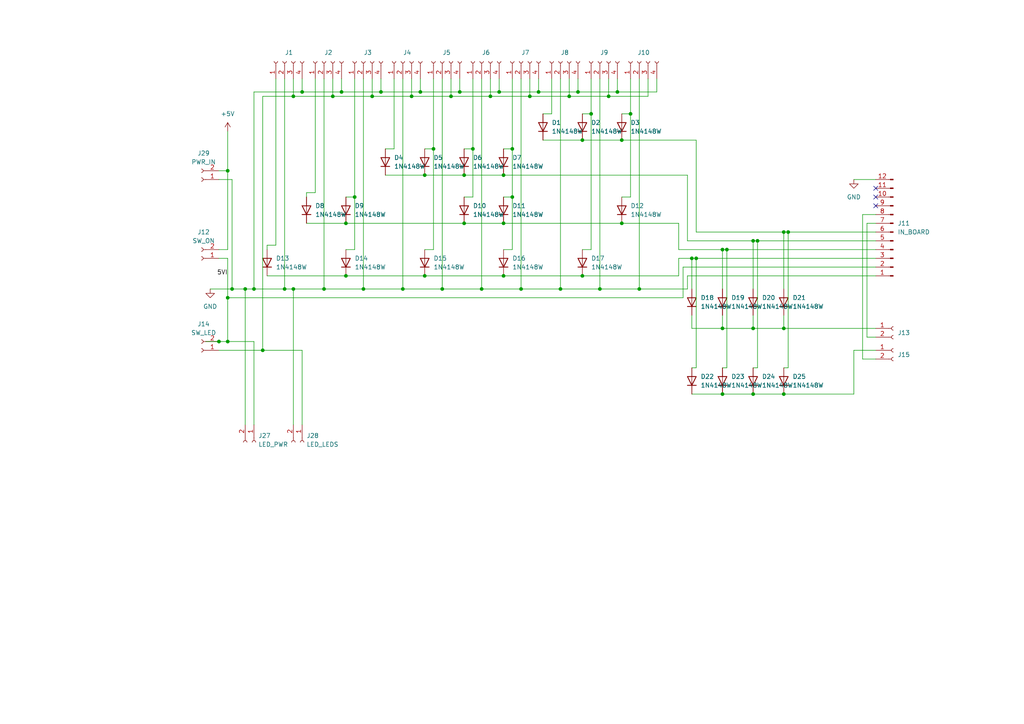
<source format=kicad_sch>
(kicad_sch (version 20230121) (generator eeschema)
  (paper "A4")
  (lib_symbols
    (symbol "Connector:Conn_01x02_Socket" (pin_names (offset 1.016) hide)
      (property "Reference" "J" (at 0 2.54 0))
      (property "Value" "Conn_01x02_Socket" (at 0 -5.08 0))
      (symbol "Conn_01x02_Socket_1_1"
        (arc (start 0 -2.032) (mid -0.5058 -2.54) (end 0 -3.048) (stroke (width 0.1524)))
        (polyline (pts (xy -1.27 -2.54) (xy -0.508 -2.54)) (stroke (width 0.1524)))
        (polyline (pts (xy -1.27 0) (xy -0.508 0)) (stroke (width 0.1524)))
        (arc (start 0 0.508) (mid -0.5058 0) (end 0 -0.508) (stroke (width 0.1524)))
        (pin passive line (at -5.08 0 0) (length 3.81) (name "Pin_1") (number "1"))
        (pin passive line (at -5.08 -2.54 0) (length 3.81) (name "Pin_2") (number "2"))
      )
    )
    (symbol "Connector:Conn_01x04_Socket" (pin_names (offset 1.016) hide)
      (property "Reference" "J" (at 0 5.08 0))
      (property "Value" "Conn_01x04_Socket" (at 0 -7.62 0))
      (symbol "Conn_01x04_Socket_1_1"
        (arc (start 0 -4.572) (mid -0.5058 -5.08) (end 0 -5.588) (stroke (width 0.1524)))
        (arc (start 0 -2.032) (mid -0.5058 -2.54) (end 0 -3.048) (stroke (width 0.1524)))
        (polyline (pts (xy -1.27 -5.08) (xy -0.508 -5.08)) (stroke (width 0.1524)))
        (polyline (pts (xy -1.27 -2.54) (xy -0.508 -2.54)) (stroke (width 0.1524)))
        (polyline (pts (xy -1.27 0) (xy -0.508 0)) (stroke (width 0.1524)))
        (polyline (pts (xy -1.27 2.54) (xy -0.508 2.54)) (stroke (width 0.1524)))
        (arc (start 0 0.508) (mid -0.5058 0) (end 0 -0.508) (stroke (width 0.1524)))
        (arc (start 0 3.048) (mid -0.5058 2.54) (end 0 2.032) (stroke (width 0.1524)))
        (pin passive line (at -5.08 2.54 0) (length 3.81) (name "Pin_1") (number "1"))
        (pin passive line (at -5.08 0 0) (length 3.81) (name "Pin_2") (number "2"))
        (pin passive line (at -5.08 -2.54 0) (length 3.81) (name "Pin_3") (number "3"))
        (pin passive line (at -5.08 -5.08 0) (length 3.81) (name "Pin_4") (number "4"))
      )
    )
    (symbol "Connector:Conn_01x12_Pin" (pin_names (offset 1.016) hide)
      (property "Reference" "J" (at 0 15.24 0))
      (property "Value" "Conn_01x12_Pin" (at 0 -17.78 0))
      (symbol "Conn_01x12_Pin_1_1"
        (polyline (pts (xy 1.27 -15.24) (xy 0.8636 -15.24)) (stroke (width 0.1524)))
        (polyline (pts (xy 1.27 -12.7) (xy 0.8636 -12.7)) (stroke (width 0.1524)))
        (polyline (pts (xy 1.27 -10.16) (xy 0.8636 -10.16)) (stroke (width 0.1524)))
        (polyline (pts (xy 1.27 -7.62) (xy 0.8636 -7.62)) (stroke (width 0.1524)))
        (polyline (pts (xy 1.27 -5.08) (xy 0.8636 -5.08)) (stroke (width 0.1524)))
        (polyline (pts (xy 1.27 -2.54) (xy 0.8636 -2.54)) (stroke (width 0.1524)))
        (polyline (pts (xy 1.27 0) (xy 0.8636 0)) (stroke (width 0.1524)))
        (polyline (pts (xy 1.27 2.54) (xy 0.8636 2.54)) (stroke (width 0.1524)))
        (polyline (pts (xy 1.27 5.08) (xy 0.8636 5.08)) (stroke (width 0.1524)))
        (polyline (pts (xy 1.27 7.62) (xy 0.8636 7.62)) (stroke (width 0.1524)))
        (polyline (pts (xy 1.27 10.16) (xy 0.8636 10.16)) (stroke (width 0.1524)))
        (polyline (pts (xy 1.27 12.7) (xy 0.8636 12.7)) (stroke (width 0.1524)))
        (rectangle (start 0.8636 -15.113) (end 0 -15.367) (stroke (width 0.1524)) (fill (type outline)))
        (rectangle (start 0.8636 -12.573) (end 0 -12.827) (stroke (width 0.1524)) (fill (type outline)))
        (rectangle (start 0.8636 -10.033) (end 0 -10.287) (stroke (width 0.1524)) (fill (type outline)))
        (rectangle (start 0.8636 -7.493) (end 0 -7.747) (stroke (width 0.1524)) (fill (type outline)))
        (rectangle (start 0.8636 -4.953) (end 0 -5.207) (stroke (width 0.1524)) (fill (type outline)))
        (rectangle (start 0.8636 -2.413) (end 0 -2.667) (stroke (width 0.1524)) (fill (type outline)))
        (rectangle (start 0.8636 0.127) (end 0 -0.127) (stroke (width 0.1524)) (fill (type outline)))
        (rectangle (start 0.8636 2.667) (end 0 2.413) (stroke (width 0.1524)) (fill (type outline)))
        (rectangle (start 0.8636 5.207) (end 0 4.953) (stroke (width 0.1524)) (fill (type outline)))
        (rectangle (start 0.8636 7.747) (end 0 7.493) (stroke (width 0.1524)) (fill (type outline)))
        (rectangle (start 0.8636 10.287) (end 0 10.033) (stroke (width 0.1524)) (fill (type outline)))
        (rectangle (start 0.8636 12.827) (end 0 12.573) (stroke (width 0.1524)) (fill (type outline)))
        (pin passive line (at 5.08 12.7 180) (length 3.81) (name "Pin_1") (number "1"))
        (pin passive line (at 5.08 -10.16 180) (length 3.81) (name "Pin_10") (number "10"))
        (pin passive line (at 5.08 -12.7 180) (length 3.81) (name "Pin_11") (number "11"))
        (pin passive line (at 5.08 -15.24 180) (length 3.81) (name "Pin_12") (number "12"))
        (pin passive line (at 5.08 10.16 180) (length 3.81) (name "Pin_2") (number "2"))
        (pin passive line (at 5.08 7.62 180) (length 3.81) (name "Pin_3") (number "3"))
        (pin passive line (at 5.08 5.08 180) (length 3.81) (name "Pin_4") (number "4"))
        (pin passive line (at 5.08 2.54 180) (length 3.81) (name "Pin_5") (number "5"))
        (pin passive line (at 5.08 0 180) (length 3.81) (name "Pin_6") (number "6"))
        (pin passive line (at 5.08 -2.54 180) (length 3.81) (name "Pin_7") (number "7"))
        (pin passive line (at 5.08 -5.08 180) (length 3.81) (name "Pin_8") (number "8"))
        (pin passive line (at 5.08 -7.62 180) (length 3.81) (name "Pin_9") (number "9"))
      )
    )
    (symbol "Diode:1N4148W" (pin_numbers hide) (pin_names hide)
      (property "Reference" "D" (at 0 2.54 0))
      (property "Value" "1N4148W" (at 0 -2.54 0))
      (symbol "1N4148W_0_1"
        (polyline (pts (xy -1.27 1.27) (xy -1.27 -1.27)) (stroke (width 0.254)))
        (polyline (pts (xy 1.27 0) (xy -1.27 0)))
        (polyline (pts (xy 1.27 1.27) (xy 1.27 -1.27) (xy -1.27 0) (xy 1.27 1.27)) (stroke (width 0.254)))
      )
      (symbol "1N4148W_1_1"
        (pin passive line (at -3.81 0 0) (length 2.54) (name "K") (number "1"))
        (pin passive line (at 3.81 0 180) (length 2.54) (name "A") (number "2"))
      )
    )
    (symbol "power:+5V" (power) (pin_names (offset 0))
      (property "Value" "+5V" (at 0 3.556 0))
      (symbol "+5V_0_1"
        (polyline (pts (xy -0.762 1.27) (xy 0 2.54)))
        (polyline (pts (xy 0 0) (xy 0 2.54)))
        (polyline (pts (xy 0 2.54) (xy 0.762 1.27)))
      )
      (symbol "+5V_1_1"
        (pin power_in line (at 0 0 90) (length 0) hide (name "+5V") (number "1"))
      )
    )
    (symbol "power:GND" (power) (pin_names (offset 0))
      (property "Value" "GND" (at 0 -3.81 0))
      (symbol "GND_0_1"
        (polyline (pts (xy 0 0) (xy 0 -1.27) (xy 1.27 -1.27) (xy 0 -2.54) (xy -1.27 -1.27) (xy 0 -1.27)))
      )
      (symbol "GND_1_1"
        (pin power_in line (at 0 0 270) (length 0) hide (name "GND") (number "1"))
      )
    )
  )
  (junction (at 151.13 83.82))
  (junction (at 227.33 114.3))
  (junction (at 119.38 27.94))
  (junction (at 142.24 27.94))
  (junction (at 167.64 26.67))
  (junction (at 146.05 64.77))
  (junction (at 116.84 83.82))
  (junction (at 133.35 26.67))
  (junction (at 165.1 27.94))
  (junction (at 66.04 49.53))
  (junction (at 148.59 57.15))
  (junction (at 130.81 27.94))
  (junction (at 100.33 64.77))
  (junction (at 219.71 69.85))
  (junction (at 73.66 83.82))
  (junction (at 63.5 99.06))
  (junction (at 82.55 83.82))
  (junction (at 218.44 95.25))
  (junction (at 137.16 43.18))
  (junction (at 123.19 80.01))
  (junction (at 162.56 83.82))
  (junction (at 180.34 64.77))
  (junction (at 210.82 72.39))
  (junction (at 85.09 83.82))
  (junction (at 176.53 27.94))
  (junction (at 93.98 83.82))
  (junction (at 71.12 83.82))
  (junction (at 173.99 83.82))
  (junction (at 96.52 27.94))
  (junction (at 134.62 64.77))
  (junction (at 209.55 95.25))
  (junction (at 66.04 99.06))
  (junction (at 156.21 26.67))
  (junction (at 148.59 43.18))
  (junction (at 146.05 80.01))
  (junction (at 182.88 33.02))
  (junction (at 168.91 40.64))
  (junction (at 99.06 26.67))
  (junction (at 66.04 86.36))
  (junction (at 67.31 83.82))
  (junction (at 105.41 83.82))
  (junction (at 200.66 74.93))
  (junction (at 123.19 50.8))
  (junction (at 227.33 67.31))
  (junction (at 144.78 26.67))
  (junction (at 85.09 27.94))
  (junction (at 87.63 26.67))
  (junction (at 201.93 74.93))
  (junction (at 153.67 27.94))
  (junction (at 134.62 50.8))
  (junction (at 179.07 26.67))
  (junction (at 102.87 57.15))
  (junction (at 139.7 83.82))
  (junction (at 76.2 101.6))
  (junction (at 227.33 95.25))
  (junction (at 107.95 27.94))
  (junction (at 218.44 114.3))
  (junction (at 110.49 26.67))
  (junction (at 125.73 43.18))
  (junction (at 121.92 26.67))
  (junction (at 209.55 72.39))
  (junction (at 128.27 83.82))
  (junction (at 168.91 80.01))
  (junction (at 171.45 33.02))
  (junction (at 185.42 83.82))
  (junction (at 209.55 114.3))
  (junction (at 228.6 67.31))
  (junction (at 218.44 69.85))
  (junction (at 146.05 50.8))
  (junction (at 180.34 40.64))
  (junction (at 100.33 80.01))
  (no_connect (at 254 57.15))
  (no_connect (at 254 54.61))
  (no_connect (at 254 59.69))
  (wire (pts (xy 201.93 74.93) (xy 254 74.93)))
  (wire (pts (xy 201.93 74.93) (xy 201.93 106.68)))
  (wire (pts (xy 218.44 69.85) (xy 218.44 83.82)))
  (wire (pts (xy 80.01 71.12) (xy 80.01 22.86)))
  (wire (pts (xy 82.55 22.86) (xy 82.55 83.82)))
  (wire (pts (xy 247.65 52.07) (xy 254 52.07)))
  (wire (pts (xy 116.84 83.82) (xy 128.27 83.82)))
  (wire (pts (xy 66.04 72.39) (xy 66.04 49.53)))
  (wire (pts (xy 100.33 64.77) (xy 134.62 64.77)))
  (wire (pts (xy 148.59 43.18) (xy 146.05 43.18)))
  (wire (pts (xy 196.85 72.39) (xy 209.55 72.39)))
  (wire (pts (xy 137.16 57.15) (xy 134.62 57.15)))
  (wire (pts (xy 116.84 22.86) (xy 116.84 83.82)))
  (wire (pts (xy 165.1 27.94) (xy 153.67 27.94)))
  (wire (pts (xy 60.96 83.82) (xy 67.31 83.82)))
  (wire (pts (xy 168.91 80.01) (xy 196.85 80.01)))
  (wire (pts (xy 247.65 114.3) (xy 247.65 101.6)))
  (wire (pts (xy 227.33 67.31) (xy 227.33 83.82)))
  (wire (pts (xy 71.12 83.82) (xy 73.66 83.82)))
  (wire (pts (xy 200.66 95.25) (xy 209.55 95.25)))
  (wire (pts (xy 196.85 64.77) (xy 196.85 72.39)))
  (wire (pts (xy 148.59 43.18) (xy 148.59 57.15)))
  (wire (pts (xy 210.82 72.39) (xy 210.82 106.68)))
  (wire (pts (xy 228.6 67.31) (xy 228.6 106.68)))
  (wire (pts (xy 87.63 22.86) (xy 87.63 26.67)))
  (wire (pts (xy 146.05 50.8) (xy 199.39 50.8)))
  (wire (pts (xy 63.5 72.39) (xy 66.04 72.39)))
  (wire (pts (xy 250.19 104.14) (xy 250.19 62.23)))
  (wire (pts (xy 200.66 114.3) (xy 209.55 114.3)))
  (wire (pts (xy 73.66 26.67) (xy 73.66 83.82)))
  (wire (pts (xy 151.13 83.82) (xy 162.56 83.82)))
  (wire (pts (xy 167.64 22.86) (xy 167.64 26.67)))
  (wire (pts (xy 99.06 22.86) (xy 99.06 26.67)))
  (wire (pts (xy 134.62 64.77) (xy 146.05 64.77)))
  (wire (pts (xy 99.06 26.67) (xy 110.49 26.67)))
  (wire (pts (xy 218.44 114.3) (xy 227.33 114.3)))
  (wire (pts (xy 201.93 106.68) (xy 200.66 106.68)))
  (wire (pts (xy 85.09 83.82) (xy 85.09 123.19)))
  (wire (pts (xy 66.04 74.93) (xy 66.04 86.36)))
  (wire (pts (xy 196.85 80.01) (xy 196.85 74.93)))
  (wire (pts (xy 227.33 114.3) (xy 247.65 114.3)))
  (wire (pts (xy 66.04 86.36) (xy 66.04 99.06)))
  (wire (pts (xy 180.34 64.77) (xy 196.85 64.77)))
  (wire (pts (xy 251.46 64.77) (xy 254 64.77)))
  (wire (pts (xy 66.04 86.36) (xy 198.12 86.36)))
  (wire (pts (xy 139.7 22.86) (xy 139.7 83.82)))
  (wire (pts (xy 187.96 22.86) (xy 187.96 27.94)))
  (wire (pts (xy 85.09 27.94) (xy 76.2 27.94)))
  (wire (pts (xy 168.91 33.02) (xy 171.45 33.02)))
  (wire (pts (xy 63.5 52.07) (xy 67.31 52.07)))
  (wire (pts (xy 148.59 57.15) (xy 148.59 72.39)))
  (wire (pts (xy 190.5 22.86) (xy 190.5 26.67)))
  (wire (pts (xy 218.44 91.44) (xy 218.44 95.25)))
  (wire (pts (xy 247.65 101.6) (xy 254 101.6)))
  (wire (pts (xy 182.88 33.02) (xy 182.88 57.15)))
  (wire (pts (xy 102.87 22.86) (xy 102.87 57.15)))
  (wire (pts (xy 201.93 67.31) (xy 227.33 67.31)))
  (wire (pts (xy 198.12 77.47) (xy 254 77.47)))
  (wire (pts (xy 180.34 40.64) (xy 201.93 40.64)))
  (wire (pts (xy 119.38 27.94) (xy 130.81 27.94)))
  (wire (pts (xy 67.31 83.82) (xy 71.12 83.82)))
  (wire (pts (xy 85.09 22.86) (xy 85.09 27.94)))
  (wire (pts (xy 228.6 67.31) (xy 254 67.31)))
  (wire (pts (xy 125.73 72.39) (xy 123.19 72.39)))
  (wire (pts (xy 63.5 74.93) (xy 66.04 74.93)))
  (wire (pts (xy 146.05 80.01) (xy 168.91 80.01)))
  (wire (pts (xy 179.07 22.86) (xy 179.07 26.67)))
  (wire (pts (xy 88.9 64.77) (xy 100.33 64.77)))
  (wire (pts (xy 254 80.01) (xy 199.39 80.01)))
  (wire (pts (xy 185.42 83.82) (xy 199.39 83.82)))
  (wire (pts (xy 137.16 43.18) (xy 137.16 57.15)))
  (wire (pts (xy 88.9 55.88) (xy 88.9 57.15)))
  (wire (pts (xy 137.16 22.86) (xy 137.16 43.18)))
  (wire (pts (xy 153.67 27.94) (xy 153.67 22.86)))
  (wire (pts (xy 77.47 71.12) (xy 77.47 72.39)))
  (wire (pts (xy 102.87 72.39) (xy 100.33 72.39)))
  (wire (pts (xy 91.44 55.88) (xy 91.44 22.86)))
  (wire (pts (xy 250.19 62.23) (xy 254 62.23)))
  (wire (pts (xy 67.31 52.07) (xy 67.31 83.82)))
  (wire (pts (xy 130.81 27.94) (xy 130.81 22.86)))
  (wire (pts (xy 139.7 83.82) (xy 151.13 83.82)))
  (wire (pts (xy 148.59 57.15) (xy 146.05 57.15)))
  (wire (pts (xy 102.87 57.15) (xy 102.87 72.39)))
  (wire (pts (xy 76.2 101.6) (xy 87.63 101.6)))
  (wire (pts (xy 114.3 43.18) (xy 111.76 43.18)))
  (wire (pts (xy 100.33 57.15) (xy 102.87 57.15)))
  (wire (pts (xy 151.13 22.86) (xy 151.13 83.82)))
  (wire (pts (xy 180.34 33.02) (xy 182.88 33.02)))
  (wire (pts (xy 219.71 106.68) (xy 218.44 106.68)))
  (wire (pts (xy 66.04 49.53) (xy 66.04 38.1)))
  (wire (pts (xy 144.78 22.86) (xy 144.78 26.67)))
  (wire (pts (xy 66.04 99.06) (xy 63.5 99.06)))
  (wire (pts (xy 121.92 22.86) (xy 121.92 26.67)))
  (wire (pts (xy 105.41 83.82) (xy 116.84 83.82)))
  (wire (pts (xy 185.42 22.86) (xy 185.42 83.82)))
  (wire (pts (xy 76.2 27.94) (xy 76.2 101.6)))
  (wire (pts (xy 168.91 72.39) (xy 171.45 72.39)))
  (wire (pts (xy 87.63 26.67) (xy 73.66 26.67)))
  (wire (pts (xy 63.5 99.06) (xy 59.69 99.06)))
  (wire (pts (xy 63.5 101.6) (xy 76.2 101.6)))
  (wire (pts (xy 128.27 83.82) (xy 139.7 83.82)))
  (wire (pts (xy 121.92 26.67) (xy 133.35 26.67)))
  (wire (pts (xy 130.81 27.94) (xy 142.24 27.94)))
  (wire (pts (xy 182.88 22.86) (xy 182.88 33.02)))
  (wire (pts (xy 209.55 91.44) (xy 209.55 95.25)))
  (wire (pts (xy 198.12 86.36) (xy 198.12 77.47)))
  (wire (pts (xy 251.46 97.79) (xy 251.46 64.77)))
  (wire (pts (xy 148.59 72.39) (xy 146.05 72.39)))
  (wire (pts (xy 200.66 74.93) (xy 201.93 74.93)))
  (wire (pts (xy 146.05 64.77) (xy 180.34 64.77)))
  (wire (pts (xy 144.78 26.67) (xy 156.21 26.67)))
  (wire (pts (xy 71.12 83.82) (xy 71.12 123.19)))
  (wire (pts (xy 156.21 26.67) (xy 167.64 26.67)))
  (wire (pts (xy 176.53 22.86) (xy 176.53 27.94)))
  (wire (pts (xy 82.55 83.82) (xy 85.09 83.82)))
  (wire (pts (xy 162.56 83.82) (xy 173.99 83.82)))
  (wire (pts (xy 227.33 95.25) (xy 254 95.25)))
  (wire (pts (xy 133.35 22.86) (xy 133.35 26.67)))
  (wire (pts (xy 96.52 27.94) (xy 107.95 27.94)))
  (wire (pts (xy 160.02 22.86) (xy 160.02 33.02)))
  (wire (pts (xy 107.95 27.94) (xy 119.38 27.94)))
  (wire (pts (xy 85.09 27.94) (xy 96.52 27.94)))
  (wire (pts (xy 165.1 22.86) (xy 165.1 27.94)))
  (wire (pts (xy 173.99 83.82) (xy 185.42 83.82)))
  (wire (pts (xy 156.21 22.86) (xy 156.21 26.67)))
  (wire (pts (xy 209.55 95.25) (xy 218.44 95.25)))
  (wire (pts (xy 119.38 27.94) (xy 119.38 22.86)))
  (wire (pts (xy 63.5 49.53) (xy 66.04 49.53)))
  (wire (pts (xy 77.47 71.12) (xy 80.01 71.12)))
  (wire (pts (xy 254 97.79) (xy 251.46 97.79)))
  (wire (pts (xy 134.62 50.8) (xy 146.05 50.8)))
  (wire (pts (xy 219.71 69.85) (xy 219.71 106.68)))
  (wire (pts (xy 107.95 27.94) (xy 107.95 22.86)))
  (wire (pts (xy 180.34 57.15) (xy 182.88 57.15)))
  (wire (pts (xy 93.98 83.82) (xy 105.41 83.82)))
  (wire (pts (xy 142.24 27.94) (xy 142.24 22.86)))
  (wire (pts (xy 176.53 27.94) (xy 187.96 27.94)))
  (wire (pts (xy 114.3 22.86) (xy 114.3 43.18)))
  (wire (pts (xy 210.82 106.68) (xy 209.55 106.68)))
  (wire (pts (xy 110.49 26.67) (xy 121.92 26.67)))
  (wire (pts (xy 128.27 22.86) (xy 128.27 83.82)))
  (wire (pts (xy 160.02 33.02) (xy 157.48 33.02)))
  (wire (pts (xy 133.35 26.67) (xy 144.78 26.67)))
  (wire (pts (xy 201.93 40.64) (xy 201.93 67.31)))
  (wire (pts (xy 200.66 74.93) (xy 200.66 83.82)))
  (wire (pts (xy 123.19 50.8) (xy 134.62 50.8)))
  (wire (pts (xy 100.33 80.01) (xy 123.19 80.01)))
  (wire (pts (xy 73.66 99.06) (xy 73.66 123.19)))
  (wire (pts (xy 88.9 55.88) (xy 91.44 55.88)))
  (wire (pts (xy 173.99 22.86) (xy 173.99 83.82)))
  (wire (pts (xy 168.91 40.64) (xy 180.34 40.64)))
  (wire (pts (xy 218.44 69.85) (xy 219.71 69.85)))
  (wire (pts (xy 209.55 114.3) (xy 218.44 114.3)))
  (wire (pts (xy 96.52 27.94) (xy 96.52 22.86)))
  (wire (pts (xy 200.66 91.44) (xy 200.66 95.25)))
  (wire (pts (xy 137.16 43.18) (xy 134.62 43.18)))
  (wire (pts (xy 218.44 95.25) (xy 227.33 95.25)))
  (wire (pts (xy 199.39 80.01) (xy 199.39 83.82)))
  (wire (pts (xy 162.56 22.86) (xy 162.56 83.82)))
  (wire (pts (xy 123.19 80.01) (xy 146.05 80.01)))
  (wire (pts (xy 199.39 50.8) (xy 199.39 69.85)))
  (wire (pts (xy 228.6 106.68) (xy 227.33 106.68)))
  (wire (pts (xy 123.19 43.18) (xy 125.73 43.18)))
  (wire (pts (xy 87.63 101.6) (xy 87.63 123.19)))
  (wire (pts (xy 66.04 99.06) (xy 73.66 99.06)))
  (wire (pts (xy 87.63 26.67) (xy 99.06 26.67)))
  (wire (pts (xy 93.98 22.86) (xy 93.98 83.82)))
  (wire (pts (xy 210.82 72.39) (xy 254 72.39)))
  (wire (pts (xy 77.47 80.01) (xy 100.33 80.01)))
  (wire (pts (xy 125.73 43.18) (xy 125.73 72.39)))
  (wire (pts (xy 219.71 69.85) (xy 254 69.85)))
  (wire (pts (xy 125.73 22.86) (xy 125.73 43.18)))
  (wire (pts (xy 148.59 22.86) (xy 148.59 43.18)))
  (wire (pts (xy 227.33 91.44) (xy 227.33 95.25)))
  (wire (pts (xy 209.55 72.39) (xy 210.82 72.39)))
  (wire (pts (xy 179.07 26.67) (xy 190.5 26.67)))
  (wire (pts (xy 105.41 22.86) (xy 105.41 83.82)))
  (wire (pts (xy 171.45 72.39) (xy 171.45 33.02)))
  (wire (pts (xy 199.39 69.85) (xy 218.44 69.85)))
  (wire (pts (xy 85.09 83.82) (xy 93.98 83.82)))
  (wire (pts (xy 167.64 26.67) (xy 179.07 26.67)))
  (wire (pts (xy 254 104.14) (xy 250.19 104.14)))
  (wire (pts (xy 157.48 40.64) (xy 168.91 40.64)))
  (wire (pts (xy 209.55 72.39) (xy 209.55 83.82)))
  (wire (pts (xy 171.45 22.86) (xy 171.45 33.02)))
  (wire (pts (xy 110.49 22.86) (xy 110.49 26.67)))
  (wire (pts (xy 111.76 50.8) (xy 123.19 50.8)))
  (wire (pts (xy 176.53 27.94) (xy 165.1 27.94)))
  (wire (pts (xy 73.66 83.82) (xy 82.55 83.82)))
  (wire (pts (xy 196.85 74.93) (xy 200.66 74.93)))
  (wire (pts (xy 227.33 67.31) (xy 228.6 67.31)))
  (wire (pts (xy 142.24 27.94) (xy 153.67 27.94)))
  (label "5VI" (at 66.04 80.01 180))
  (symbol (lib_id "Diode:1N4148W") (at 200.66 87.63 90) (unit 1)
    (property "Reference" "D18" (at 203.2 86.36 90) (effects (justify right)))
    (property "Value" "1N4148W" (at 203.2 88.9 90) (effects (justify right)))
    (property "Footprint" "Diode_SMD:D_SOD-123" (effects hide))
    (property "Datasheet" "https://www.vishay.com/docs/85748/1n4148w.pdf" (effects hide))
    (property "Sim.Device" "D" (effects hide))
    (property "Sim.Pins" "1=K 2=A" (effects hide))
  )
  (symbol (lib_id "Diode:1N4148W") (at 123.19 76.2 90) (unit 1)
    (property "Reference" "D15" (at 125.73 74.93 90) (effects (justify right)))
    (property "Value" "1N4148W" (at 125.73 77.47 90) (effects (justify right)))
    (property "Footprint" "Diode_SMD:D_SOD-123" (effects hide))
    (property "Datasheet" "https://www.vishay.com/docs/85748/1n4148w.pdf" (effects hide))
    (property "Sim.Device" "D" (effects hide))
    (property "Sim.Pins" "1=K 2=A" (effects hide))
  )
  (symbol (lib_id "Diode:1N4148W") (at 77.47 76.2 90) (unit 1)
    (property "Reference" "D13" (at 80.01 74.93 90) (effects (justify right)))
    (property "Value" "1N4148W" (at 80.01 77.47 90) (effects (justify right)))
    (property "Footprint" "Diode_SMD:D_SOD-123" (effects hide))
    (property "Datasheet" "https://www.vishay.com/docs/85748/1n4148w.pdf" (effects hide))
    (property "Sim.Device" "D" (effects hide))
    (property "Sim.Pins" "1=K 2=A" (effects hide))
  )
  (symbol (lib_id "Connector:Conn_01x04_Socket") (at 105.41 17.78 90) (unit 1)
    (property "Reference" "J3" (at 106.68 15.24 90))
    (property "Value" "BTN3" (effects hide))
    (property "Footprint" "Library:LED_BUTTON" (effects hide))
  )
  (symbol (lib_id "Connector:Conn_01x04_Socket") (at 82.55 17.78 90) (unit 1)
    (property "Reference" "J1" (at 83.82 15.24 90))
    (property "Value" "BTN1" (effects hide))
    (property "Footprint" "Library:LED_BUTTON" (effects hide))
  )
  (symbol (lib_id "Connector:Conn_01x02_Socket") (at 73.66 128.27 270) (unit 1)
    (property "Reference" "J27" (at 74.93 126.365 90) (effects (justify left)))
    (property "Value" "LED_PWR" (at 74.93 128.905 90) (effects (justify left)))
    (property "Footprint" "Connector_JST:JST_XH_B2B-XH-AM_1x02_P2.50mm_Vertical" (effects hide))
  )
  (symbol (lib_id "power:+5V") (at 66.04 38.1 0) (unit 1)
    (property "Reference" "#PWR01" (effects hide))
    (property "Value" "+5V" (at 66.04 33.02 0))
  )
  (symbol (lib_id "Connector:Conn_01x04_Socket") (at 116.84 17.78 90) (unit 1)
    (property "Reference" "J4" (at 118.11 15.24 90))
    (property "Value" "BTN4" (effects hide))
    (property "Footprint" "Library:LED_BUTTON" (effects hide))
  )
  (symbol (lib_id "Connector:Conn_01x04_Socket") (at 93.98 17.78 90) (unit 1)
    (property "Reference" "J2" (at 95.25 15.24 90))
    (property "Value" "BTN2" (effects hide))
    (property "Footprint" "Library:LED_BUTTON" (effects hide))
  )
  (symbol (lib_id "power:GND") (at 247.65 52.07 0) (unit 1)
    (property "Reference" "#PWR03" (effects hide))
    (property "Value" "GND" (at 247.65 57.15 0))
  )
  (symbol (lib_id "power:GND") (at 60.96 83.82 0) (unit 1)
    (property "Reference" "#PWR02" (effects hide))
    (property "Value" "GND" (at 60.96 88.9 0))
  )
  (symbol (lib_id "Diode:1N4148W") (at 88.9 60.96 90) (unit 1)
    (property "Reference" "D8" (at 91.44 59.69 90) (effects (justify right)))
    (property "Value" "1N4148W" (at 91.44 62.23 90) (effects (justify right)))
    (property "Footprint" "Diode_SMD:D_SOD-123" (effects hide))
    (property "Datasheet" "https://www.vishay.com/docs/85748/1n4148w.pdf" (effects hide))
    (property "Sim.Device" "D" (effects hide))
    (property "Sim.Pins" "1=K 2=A" (effects hide))
  )
  (symbol (lib_id "Diode:1N4148W") (at 227.33 110.49 90) (unit 1)
    (property "Reference" "D25" (at 229.87 109.22 90) (effects (justify right)))
    (property "Value" "1N4148W" (at 229.87 111.76 90) (effects (justify right)))
    (property "Footprint" "Diode_SMD:D_SOD-123" (effects hide))
    (property "Datasheet" "https://www.vishay.com/docs/85748/1n4148w.pdf" (effects hide))
    (property "Sim.Device" "D" (effects hide))
    (property "Sim.Pins" "1=K 2=A" (effects hide))
  )
  (symbol (lib_id "Diode:1N4148W") (at 146.05 76.2 90) (unit 1)
    (property "Reference" "D16" (at 148.59 74.93 90) (effects (justify right)))
    (property "Value" "1N4148W" (at 148.59 77.47 90) (effects (justify right)))
    (property "Footprint" "Diode_SMD:D_SOD-123" (effects hide))
    (property "Datasheet" "https://www.vishay.com/docs/85748/1n4148w.pdf" (effects hide))
    (property "Sim.Device" "D" (effects hide))
    (property "Sim.Pins" "1=K 2=A" (effects hide))
  )
  (symbol (lib_id "Diode:1N4148W") (at 146.05 46.99 90) (unit 1)
    (property "Reference" "D7" (at 148.59 45.72 90) (effects (justify right)))
    (property "Value" "1N4148W" (at 148.59 48.26 90) (effects (justify right)))
    (property "Footprint" "Diode_SMD:D_SOD-123" (effects hide))
    (property "Datasheet" "https://www.vishay.com/docs/85748/1n4148w.pdf" (effects hide))
    (property "Sim.Device" "D" (effects hide))
    (property "Sim.Pins" "1=K 2=A" (effects hide))
  )
  (symbol (lib_id "Connector:Conn_01x02_Socket") (at 58.42 101.6 180) (unit 1)
    (property "Reference" "J14" (at 59.055 93.98 0))
    (property "Value" "SW_LED" (at 59.055 96.52 0))
    (property "Footprint" "Connector_JST:JST_XH_B2B-XH-AM_1x02_P2.50mm_Vertical" (effects hide))
  )
  (symbol (lib_id "Connector:Conn_01x12_Pin") (at 259.08 67.31 180) (unit 1)
    (property "Reference" "J11" (at 260.35 64.77 0) (effects (justify right)))
    (property "Value" "IN_BOARD" (at 260.35 67.31 0) (effects (justify right)))
    (property "Footprint" "Connector_PinHeader_2.54mm:PinHeader_1x12_P2.54mm_Vertical" (effects hide))
  )
  (symbol (lib_id "Connector:Conn_01x02_Socket") (at 58.42 74.93 180) (unit 1)
    (property "Reference" "J12" (at 59.055 67.31 0))
    (property "Value" "SW_ON" (at 59.055 69.85 0))
    (property "Footprint" "Connector_JST:JST_XH_B2B-XH-AM_1x02_P2.50mm_Vertical" (effects hide))
  )
  (symbol (lib_id "Diode:1N4148W") (at 168.91 36.83 90) (unit 1)
    (property "Reference" "D2" (at 171.45 35.56 90) (effects (justify right)))
    (property "Value" "1N4148W" (at 171.45 38.1 90) (effects (justify right)))
    (property "Footprint" "Diode_SMD:D_SOD-123" (effects hide))
    (property "Datasheet" "https://www.vishay.com/docs/85748/1n4148w.pdf" (effects hide))
    (property "Sim.Device" "D" (effects hide))
    (property "Sim.Pins" "1=K 2=A" (effects hide))
  )
  (symbol (lib_id "Connector:Conn_01x04_Socket") (at 151.13 17.78 90) (unit 1)
    (property "Reference" "J7" (at 152.4 15.24 90))
    (property "Value" "BTN7" (effects hide))
    (property "Footprint" "Library:LED_BUTTON" (effects hide))
  )
  (symbol (lib_id "Diode:1N4148W") (at 134.62 46.99 90) (unit 1)
    (property "Reference" "D6" (at 137.16 45.72 90) (effects (justify right)))
    (property "Value" "1N4148W" (at 137.16 48.26 90) (effects (justify right)))
    (property "Footprint" "Diode_SMD:D_SOD-123" (effects hide))
    (property "Datasheet" "https://www.vishay.com/docs/85748/1n4148w.pdf" (effects hide))
    (property "Sim.Device" "D" (effects hide))
    (property "Sim.Pins" "1=K 2=A" (effects hide))
  )
  (symbol (lib_id "Diode:1N4148W") (at 218.44 110.49 90) (unit 1)
    (property "Reference" "D24" (at 220.98 109.22 90) (effects (justify right)))
    (property "Value" "1N4148W" (at 220.98 111.76 90) (effects (justify right)))
    (property "Footprint" "Diode_SMD:D_SOD-123" (effects hide))
    (property "Datasheet" "https://www.vishay.com/docs/85748/1n4148w.pdf" (effects hide))
    (property "Sim.Device" "D" (effects hide))
    (property "Sim.Pins" "1=K 2=A" (effects hide))
  )
  (symbol (lib_id "Connector:Conn_01x02_Socket") (at 259.08 101.6 0) (unit 1)
    (property "Reference" "J15" (at 260.35 102.87 0) (effects (justify left)))
    (property "Value" "SW_REG2" (effects hide))
    (property "Footprint" "Connector_JST:JST_XH_B2B-XH-AM_1x02_P2.50mm_Vertical" (effects hide))
  )
  (symbol (lib_id "Diode:1N4148W") (at 209.55 110.49 90) (unit 1)
    (property "Reference" "D23" (at 212.09 109.22 90) (effects (justify right)))
    (property "Value" "1N4148W" (at 212.09 111.76 90) (effects (justify right)))
    (property "Footprint" "Diode_SMD:D_SOD-123" (effects hide))
    (property "Datasheet" "https://www.vishay.com/docs/85748/1n4148w.pdf" (effects hide))
    (property "Sim.Device" "D" (effects hide))
    (property "Sim.Pins" "1=K 2=A" (effects hide))
  )
  (symbol (lib_id "Connector:Conn_01x04_Socket") (at 185.42 17.78 90) (unit 1)
    (property "Reference" "J10" (at 186.69 15.24 90))
    (property "Value" "BTN10" (effects hide))
    (property "Footprint" "Library:LED_BUTTON" (effects hide))
  )
  (symbol (lib_id "Diode:1N4148W") (at 168.91 76.2 90) (unit 1)
    (property "Reference" "D17" (at 171.45 74.93 90) (effects (justify right)))
    (property "Value" "1N4148W" (at 171.45 77.47 90) (effects (justify right)))
    (property "Footprint" "Diode_SMD:D_SOD-123" (effects hide))
    (property "Datasheet" "https://www.vishay.com/docs/85748/1n4148w.pdf" (effects hide))
    (property "Sim.Device" "D" (effects hide))
    (property "Sim.Pins" "1=K 2=A" (effects hide))
  )
  (symbol (lib_id "Connector:Conn_01x04_Socket") (at 162.56 17.78 90) (unit 1)
    (property "Reference" "J8" (at 163.83 15.24 90))
    (property "Value" "BTN8" (effects hide))
    (property "Footprint" "Library:LED_BUTTON" (effects hide))
  )
  (symbol (lib_id "Connector:Conn_01x02_Socket") (at 58.42 52.07 180) (unit 1)
    (property "Reference" "J29" (at 59.055 44.45 0))
    (property "Value" "PWR_IN" (at 59.055 46.99 0))
    (property "Footprint" "Connector_JST:JST_XH_B2B-XH-AM_1x02_P2.50mm_Vertical" (effects hide))
  )
  (symbol (lib_id "Diode:1N4148W") (at 180.34 36.83 90) (unit 1)
    (property "Reference" "D3" (at 182.88 35.56 90) (effects (justify right)))
    (property "Value" "1N4148W" (at 182.88 38.1 90) (effects (justify right)))
    (property "Footprint" "Diode_SMD:D_SOD-123" (effects hide))
    (property "Datasheet" "https://www.vishay.com/docs/85748/1n4148w.pdf" (effects hide))
    (property "Sim.Device" "D" (effects hide))
    (property "Sim.Pins" "1=K 2=A" (effects hide))
  )
  (symbol (lib_id "Diode:1N4148W") (at 111.76 46.99 90) (unit 1)
    (property "Reference" "D4" (at 114.3 45.72 90) (effects (justify right)))
    (property "Value" "1N4148W" (at 114.3 48.26 90) (effects (justify right)))
    (property "Footprint" "Diode_SMD:D_SOD-123" (effects hide))
    (property "Datasheet" "https://www.vishay.com/docs/85748/1n4148w.pdf" (effects hide))
    (property "Sim.Device" "D" (effects hide))
    (property "Sim.Pins" "1=K 2=A" (effects hide))
  )
  (symbol (lib_id "Diode:1N4148W") (at 134.62 60.96 90) (unit 1)
    (property "Reference" "D10" (at 137.16 59.69 90) (effects (justify right)))
    (property "Value" "1N4148W" (at 137.16 62.23 90) (effects (justify right)))
    (property "Footprint" "Diode_SMD:D_SOD-123" (effects hide))
    (property "Datasheet" "https://www.vishay.com/docs/85748/1n4148w.pdf" (effects hide))
    (property "Sim.Device" "D" (effects hide))
    (property "Sim.Pins" "1=K 2=A" (effects hide))
  )
  (symbol (lib_id "Diode:1N4148W") (at 146.05 60.96 90) (unit 1)
    (property "Reference" "D11" (at 148.59 59.69 90) (effects (justify right)))
    (property "Value" "1N4148W" (at 148.59 62.23 90) (effects (justify right)))
    (property "Footprint" "Diode_SMD:D_SOD-123" (effects hide))
    (property "Datasheet" "https://www.vishay.com/docs/85748/1n4148w.pdf" (effects hide))
    (property "Sim.Device" "D" (effects hide))
    (property "Sim.Pins" "1=K 2=A" (effects hide))
  )
  (symbol (lib_id "Connector:Conn_01x02_Socket") (at 87.63 128.27 270) (unit 1)
    (property "Reference" "J28" (at 88.9 126.365 90) (effects (justify left)))
    (property "Value" "LED_LEDS" (at 88.9 128.905 90) (effects (justify left)))
    (property "Footprint" "Connector_JST:JST_XH_B2B-XH-AM_1x02_P2.50mm_Vertical" (effects hide))
  )
  (symbol (lib_id "Diode:1N4148W") (at 157.48 36.83 90) (unit 1)
    (property "Reference" "D1" (at 160.02 35.56 90) (effects (justify right)))
    (property "Value" "1N4148W" (at 160.02 38.1 90) (effects (justify right)))
    (property "Footprint" "Diode_SMD:D_SOD-123" (effects hide))
    (property "Datasheet" "https://www.vishay.com/docs/85748/1n4148w.pdf" (effects hide))
    (property "Sim.Device" "D" (effects hide))
    (property "Sim.Pins" "1=K 2=A" (effects hide))
  )
  (symbol (lib_id "Connector:Conn_01x04_Socket") (at 139.7 17.78 90) (unit 1)
    (property "Reference" "J6" (at 140.97 15.24 90))
    (property "Value" "BTN6" (effects hide))
    (property "Footprint" "Library:LED_BUTTON" (effects hide))
  )
  (symbol (lib_id "Diode:1N4148W") (at 123.19 46.99 90) (unit 1)
    (property "Reference" "D5" (at 125.73 45.72 90) (effects (justify right)))
    (property "Value" "1N4148W" (at 125.73 48.26 90) (effects (justify right)))
    (property "Footprint" "Diode_SMD:D_SOD-123" (effects hide))
    (property "Datasheet" "https://www.vishay.com/docs/85748/1n4148w.pdf" (effects hide))
    (property "Sim.Device" "D" (effects hide))
    (property "Sim.Pins" "1=K 2=A" (effects hide))
  )
  (symbol (lib_id "Diode:1N4148W") (at 200.66 110.49 90) (unit 1)
    (property "Reference" "D22" (at 203.2 109.22 90) (effects (justify right)))
    (property "Value" "1N4148W" (at 203.2 111.76 90) (effects (justify right)))
    (property "Footprint" "Diode_SMD:D_SOD-123" (effects hide))
    (property "Datasheet" "https://www.vishay.com/docs/85748/1n4148w.pdf" (effects hide))
    (property "Sim.Device" "D" (effects hide))
    (property "Sim.Pins" "1=K 2=A" (effects hide))
  )
  (symbol (lib_id "Diode:1N4148W") (at 100.33 60.96 90) (unit 1)
    (property "Reference" "D9" (at 102.87 59.69 90) (effects (justify right)))
    (property "Value" "1N4148W" (at 102.87 62.23 90) (effects (justify right)))
    (property "Footprint" "Diode_SMD:D_SOD-123" (effects hide))
    (property "Datasheet" "https://www.vishay.com/docs/85748/1n4148w.pdf" (effects hide))
    (property "Sim.Device" "D" (effects hide))
    (property "Sim.Pins" "1=K 2=A" (effects hide))
  )
  (symbol (lib_id "Diode:1N4148W") (at 218.44 87.63 90) (unit 1)
    (property "Reference" "D20" (at 220.98 86.36 90) (effects (justify right)))
    (property "Value" "1N4148W" (at 220.98 88.9 90) (effects (justify right)))
    (property "Footprint" "Diode_SMD:D_SOD-123" (effects hide))
    (property "Datasheet" "https://www.vishay.com/docs/85748/1n4148w.pdf" (effects hide))
    (property "Sim.Device" "D" (effects hide))
    (property "Sim.Pins" "1=K 2=A" (effects hide))
  )
  (symbol (lib_id "Connector:Conn_01x04_Socket") (at 128.27 17.78 90) (unit 1)
    (property "Reference" "J5" (at 129.54 15.24 90))
    (property "Value" "BTN5" (effects hide))
    (property "Footprint" "Library:LED_BUTTON" (effects hide))
  )
  (symbol (lib_id "Connector:Conn_01x04_Socket") (at 173.99 17.78 90) (unit 1)
    (property "Reference" "J9" (at 175.26 15.24 90))
    (property "Value" "BTN9" (effects hide))
    (property "Footprint" "Library:LED_BUTTON" (effects hide))
  )
  (symbol (lib_id "Diode:1N4148W") (at 180.34 60.96 90) (unit 1)
    (property "Reference" "D12" (at 182.88 59.69 90) (effects (justify right)))
    (property "Value" "1N4148W" (at 182.88 62.23 90) (effects (justify right)))
    (property "Footprint" "Diode_SMD:D_SOD-123" (effects hide))
    (property "Datasheet" "https://www.vishay.com/docs/85748/1n4148w.pdf" (effects hide))
    (property "Sim.Device" "D" (effects hide))
    (property "Sim.Pins" "1=K 2=A" (effects hide))
  )
  (symbol (lib_id "Diode:1N4148W") (at 100.33 76.2 90) (unit 1)
    (property "Reference" "D14" (at 102.87 74.93 90) (effects (justify right)))
    (property "Value" "1N4148W" (at 102.87 77.47 90) (effects (justify right)))
    (property "Footprint" "Diode_SMD:D_SOD-123" (effects hide))
    (property "Datasheet" "https://www.vishay.com/docs/85748/1n4148w.pdf" (effects hide))
    (property "Sim.Device" "D" (effects hide))
    (property "Sim.Pins" "1=K 2=A" (effects hide))
  )
  (symbol (lib_id "Diode:1N4148W") (at 209.55 87.63 90) (unit 1)
    (property "Reference" "D19" (at 212.09 86.36 90) (effects (justify right)))
    (property "Value" "1N4148W" (at 212.09 88.9 90) (effects (justify right)))
    (property "Footprint" "Diode_SMD:D_SOD-123" (effects hide))
    (property "Datasheet" "https://www.vishay.com/docs/85748/1n4148w.pdf" (effects hide))
    (property "Sim.Device" "D" (effects hide))
    (property "Sim.Pins" "1=K 2=A" (effects hide))
  )
  (symbol (lib_id "Diode:1N4148W") (at 227.33 87.63 90) (unit 1)
    (property "Reference" "D21" (at 229.87 86.36 90) (effects (justify right)))
    (property "Value" "1N4148W" (at 229.87 88.9 90) (effects (justify right)))
    (property "Footprint" "Diode_SMD:D_SOD-123" (effects hide))
    (property "Datasheet" "https://www.vishay.com/docs/85748/1n4148w.pdf" (effects hide))
    (property "Sim.Device" "D" (effects hide))
    (property "Sim.Pins" "1=K 2=A" (effects hide))
  )
  (symbol (lib_id "Connector:Conn_01x02_Socket") (at 259.08 95.25 0) (unit 1)
    (property "Reference" "J13" (at 260.35 96.52 0) (effects (justify left)))
    (property "Value" "SW_REG1" (effects hide))
    (property "Footprint" "Connector_JST:JST_XH_B2B-XH-AM_1x02_P2.50mm_Vertical" (effects hide))
  )
)
</source>
